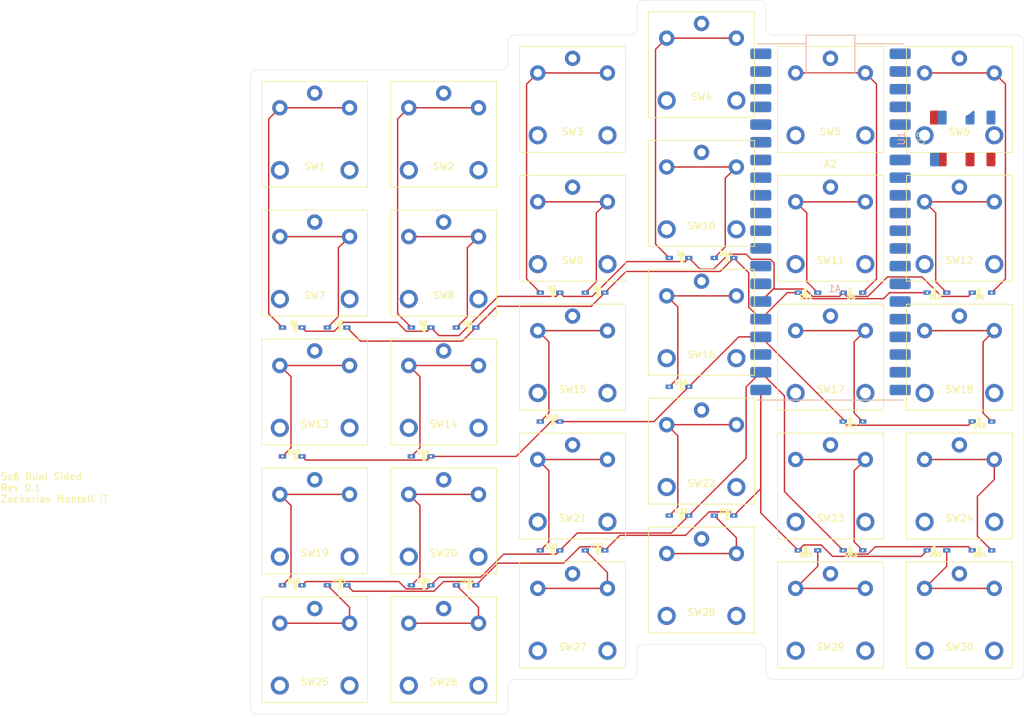
<source format=kicad_pcb>
(kicad_pcb
	(version 20241229)
	(generator "pcbnew")
	(generator_version "9.0")
	(general
		(thickness 1.6)
		(legacy_teardrops no)
	)
	(paper "A4")
	(layers
		(0 "F.Cu" signal)
		(2 "B.Cu" signal)
		(9 "F.Adhes" user "F.Adhesive")
		(11 "B.Adhes" user "B.Adhesive")
		(13 "F.Paste" user)
		(15 "B.Paste" user)
		(5 "F.SilkS" user "F.Silkscreen")
		(7 "B.SilkS" user "B.Silkscreen")
		(1 "F.Mask" user)
		(3 "B.Mask" user)
		(17 "Dwgs.User" user "User.Drawings")
		(19 "Cmts.User" user "User.Comments")
		(21 "Eco1.User" user "User.Eco1")
		(23 "Eco2.User" user "User.Eco2")
		(25 "Edge.Cuts" user)
		(27 "Margin" user)
		(31 "F.CrtYd" user "F.Courtyard")
		(29 "B.CrtYd" user "B.Courtyard")
		(35 "F.Fab" user)
		(33 "B.Fab" user)
		(39 "User.1" user)
		(41 "User.2" user)
		(43 "User.3" user)
		(45 "User.4" user)
	)
	(setup
		(pad_to_mask_clearance 0)
		(allow_soldermask_bridges_in_footprints no)
		(tenting front back)
		(grid_origin 87.5 129.35)
		(pcbplotparams
			(layerselection 0x00000000_00000000_55555555_5755f5ff)
			(plot_on_all_layers_selection 0x00000000_00000000_00000000_00000000)
			(disableapertmacros no)
			(usegerberextensions no)
			(usegerberattributes yes)
			(usegerberadvancedattributes yes)
			(creategerberjobfile yes)
			(dashed_line_dash_ratio 12.000000)
			(dashed_line_gap_ratio 3.000000)
			(svgprecision 4)
			(plotframeref no)
			(mode 1)
			(useauxorigin no)
			(hpglpennumber 1)
			(hpglpenspeed 20)
			(hpglpendiameter 15.000000)
			(pdf_front_fp_property_popups yes)
			(pdf_back_fp_property_popups yes)
			(pdf_metadata yes)
			(pdf_single_document no)
			(dxfpolygonmode yes)
			(dxfimperialunits yes)
			(dxfusepcbnewfont yes)
			(psnegative no)
			(psa4output no)
			(plot_black_and_white yes)
			(sketchpadsonfab no)
			(plotpadnumbers no)
			(hidednponfab no)
			(sketchdnponfab yes)
			(crossoutdnponfab yes)
			(subtractmaskfromsilk no)
			(outputformat 1)
			(mirror no)
			(drillshape 0)
			(scaleselection 1)
			(outputdirectory "gerbers/")
		)
	)
	(net 0 "")
	(net 1 "col3")
	(net 2 "unconnected-(A1-~{3V3_EN}-Pad37)")
	(net 3 "unconnected-(A1-ADC2{slash}GP28-Pad34)")
	(net 4 "row0")
	(net 5 "unconnected-(A1-ADC_VREF-Pad35)")
	(net 6 "unconnected-(A1-VSYS-Pad39)")
	(net 7 "unconnected-(A1-GP22-Pad29)")
	(net 8 "unconnected-(A1-GND-Pad8)")
	(net 9 "unconnected-(A1-GP5-Pad7)")
	(net 10 "row3")
	(net 11 "unconnected-(A1-GND-Pad18)")
	(net 12 "unconnected-(A1-GND-Pad13)")
	(net 13 "row2")
	(net 14 "col1")
	(net 15 "unconnected-(A1-ADC0{slash}GP26-Pad31)")
	(net 16 "row4")
	(net 17 "col5")
	(net 18 "unconnected-(A1-RUN-Pad30)")
	(net 19 "unconnected-(A1-GP9-Pad12)")
	(net 20 "unconnected-(A1-GND-Pad23)")
	(net 21 "unconnected-(A1-GND-Pad28)")
	(net 22 "unconnected-(A1-ADC1{slash}GP27-Pad32)")
	(net 23 "unconnected-(A1-GP8-Pad11)")
	(net 24 "unconnected-(A1-GND-Pad3)")
	(net 25 "col4")
	(net 26 "unconnected-(A1-GND-Pad33)")
	(net 27 "row1")
	(net 28 "col0")
	(net 29 "col2")
	(net 30 "Net-(D1-A)")
	(net 31 "Net-(D2-A)")
	(net 32 "Net-(D3-A)")
	(net 33 "Net-(D4-A)")
	(net 34 "Net-(D5-A)")
	(net 35 "Net-(D6-A)")
	(net 36 "Net-(D7-A)")
	(net 37 "Net-(D8-A)")
	(net 38 "Net-(D9-A)")
	(net 39 "Net-(D10-A)")
	(net 40 "Net-(D11-A)")
	(net 41 "Net-(D12-A)")
	(net 42 "Net-(D13-A)")
	(net 43 "Net-(D14-A)")
	(net 44 "Net-(D15-A)")
	(net 45 "Net-(D16-A)")
	(net 46 "Net-(D17-A)")
	(net 47 "Net-(D18-A)")
	(net 48 "Net-(D19-A)")
	(net 49 "Net-(D20-A)")
	(net 50 "Net-(D21-A)")
	(net 51 "Net-(D22-A)")
	(net 52 "Net-(D23-A)")
	(net 53 "Net-(D24-A)")
	(net 54 "Net-(D25-A)")
	(net 55 "Net-(D26-A)")
	(net 56 "Net-(D27-A)")
	(net 57 "Net-(D28-A)")
	(net 58 "Net-(D29-A)")
	(net 59 "Net-(D30-A)")
	(net 60 "unconnected-(A1-GP3-Pad5)")
	(net 61 "unconnected-(A1-GP21-Pad27)")
	(net 62 "unconnected-(A1-GP7-Pad10)")
	(net 63 "unconnected-(A1-GP6-Pad9)")
	(net 64 "unconnected-(A1-GP2-Pad4)")
	(net 65 "unconnected-(A1-GP4-Pad6)")
	(net 66 "3v31")
	(net 67 "tx1")
	(net 68 "rx1")
	(net 69 "gnd1")
	(net 70 "unconnected-(A2-RUN-Pad30)")
	(net 71 "unconnected-(A2-GND-Pad3)")
	(net 72 "unconnected-(A2-GND-Pad13)")
	(net 73 "unconnected-(A2-GND-Pad28)")
	(net 74 "unconnected-(A2-GP2-Pad4)")
	(net 75 "unconnected-(A2-ADC1{slash}GP27-Pad32)")
	(net 76 "unconnected-(A2-GND-Pad8)")
	(net 77 "unconnected-(A2-ADC2{slash}GP28-Pad34)")
	(net 78 "unconnected-(A2-GP8-Pad11)")
	(net 79 "unconnected-(A2-GP3-Pad5)")
	(net 80 "unconnected-(A2-GP22-Pad29)")
	(net 81 "unconnected-(A2-VBUS-Pad40)")
	(net 82 "unconnected-(A2-GP10-Pad14)")
	(net 83 "unconnected-(A2-GND-Pad33)")
	(net 84 "unconnected-(A2-GND-Pad23)")
	(net 85 "unconnected-(A2-GP4-Pad6)")
	(net 86 "unconnected-(A2-GP6-Pad9)")
	(net 87 "unconnected-(A2-ADC0{slash}GP26-Pad31)")
	(net 88 "unconnected-(A2-~{3V3_EN}-Pad37)")
	(net 89 "unconnected-(A2-GND-Pad18)")
	(net 90 "unconnected-(A2-GP9-Pad12)")
	(net 91 "unconnected-(A2-GP7-Pad10)")
	(net 92 "unconnected-(A2-ADC_VREF-Pad35)")
	(net 93 "unconnected-(A2-3V3(OUT)-Pad36)")
	(net 94 "unconnected-(A2-GP5-Pad7)")
	(net 95 "unconnected-(A1-3V3(OUT)-Pad36)")
	(footprint "footprints:SW_Kailh_Choc_V2_1.00u_double-sided" (layer "F.Cu") (at 87.5 110.85))
	(footprint "footprints:SODFL2512X100N" (layer "F.Cu") (at 139.775 91.6 180))
	(footprint "footprints:SW_Kailh_Choc_V2_1.00u_double-sided" (layer "F.Cu") (at 106 129.35))
	(footprint "footprints:SW_Kailh_Choc_V2_1.00u_double-sided" (layer "F.Cu") (at 180 50.35))
	(footprint "footprints:SODFL2512X100N" (layer "F.Cu") (at 109.225 83.1 180))
	(footprint "footprints:SW_Kailh_Choc_V2_1.00u_double-sided" (layer "F.Cu") (at 124.5 124.35))
	(footprint "footprints:SODFL2512X100N" (layer "F.Cu") (at 158.275 78.1))
	(footprint "footprints:SODFL2512X100N" (layer "F.Cu") (at 127.725 78.1 180))
	(footprint "footprints:SODFL2512X100N" (layer "F.Cu") (at 102.775 120.1 180))
	(footprint "footprints:SODFL2512X100N" (layer "F.Cu") (at 90.725 83.1 180))
	(footprint "footprints:raspberry_pi_pico_SMD" (layer "F.Cu") (at 161.501761 67.930598))
	(footprint "footprints:SODFL2512X100N" (layer "F.Cu") (at 158.275 115.1))
	(footprint "footprints:SW_Kailh_Choc_V2_1.00u_double-sided" (layer "F.Cu") (at 180 124.35))
	(footprint "footprints:SODFL2512X100N" (layer "F.Cu") (at 84.275 120.1 180))
	(footprint "footprints:SODFL2512X100N" (layer "F.Cu") (at 121.275 78.1 180))
	(footprint "footprints:SW_Kailh_Choc_V2_1.00u_double-sided" (layer "F.Cu") (at 161.5 50.35))
	(footprint "footprints:SW_Kailh_Choc_V2_1.00u_double-sided" (layer "F.Cu") (at 180 87.35))
	(footprint "footprints:raspberry_pi_pico_SMD_Reversed" (layer "F.Cu") (at 161.5 67.929189))
	(footprint "footprints:SW_Kailh_Choc_V2_1.00u_double-sided" (layer "F.Cu") (at 161.5 87.35))
	(footprint "footprints:SW_Kailh_Choc_V2_1.00u_double-sided" (layer "F.Cu") (at 143 82.35))
	(footprint "footprints:SW_Kailh_Choc_V2_1.00u_double-sided" (layer "F.Cu") (at 124.5 87.35))
	(footprint "footprints:SW_Kailh_Choc_V2_1.00u_double-sided" (layer "F.Cu") (at 87.5 55.35))
	(footprint "footprints:SW_Kailh_Choc_V2_1.00u_double-sided" (layer "F.Cu") (at 106 110.85))
	(footprint "footprints:SODFL2512X100N" (layer "F.Cu") (at 146.225 73.1 180))
	(footprint "footprints:SODFL2512X100N" (layer "F.Cu") (at 146.225 110.1 180))
	(footprint "footprints:SW_Kailh_Choc_V2_1.00u_double-sided" (layer "F.Cu") (at 180 68.85))
	(footprint "footprints:SODFL2512X100N" (layer "F.Cu") (at 139.775 110.1 180))
	(footprint "footprints:SW_Kailh_Choc_V2_1.00u_double-sided" (layer "F.Cu") (at 106 92.35))
	(footprint "footprints:SODFL2512X100N" (layer "F.Cu") (at 102.775 83.1 180))
	(footprint "footprints:SODFL2512X100N" (layer "F.Cu") (at 164.725 115.1))
	(footprint "footprints:SODFL2512X100N" (layer "F.Cu") (at 90.725 120.1 180))
	(footprint "footprints:SODFL2512X100N" (layer "F.Cu") (at 183.225 78.1))
	(footprint "footprints:SODFL2512X100N" (layer "F.Cu") (at 121.275 96.6 180))
	(footprint "footprints:SW_Kailh_Choc_V2_1.00u_double-sided" (layer "F.Cu") (at 124.5 68.85))
	(footprint "footprints:SODFL2512X100N" (layer "F.Cu") (at 84.275 83.1 180))
	(footprint "footprints:SW_Kailh_Choc_V2_1.00u_double-sided"
		(layer "F.Cu")
		(uuid "a61ff92e-4529-4984-be3d-a6fdbce2a46f
... [195915 chars truncated]
</source>
